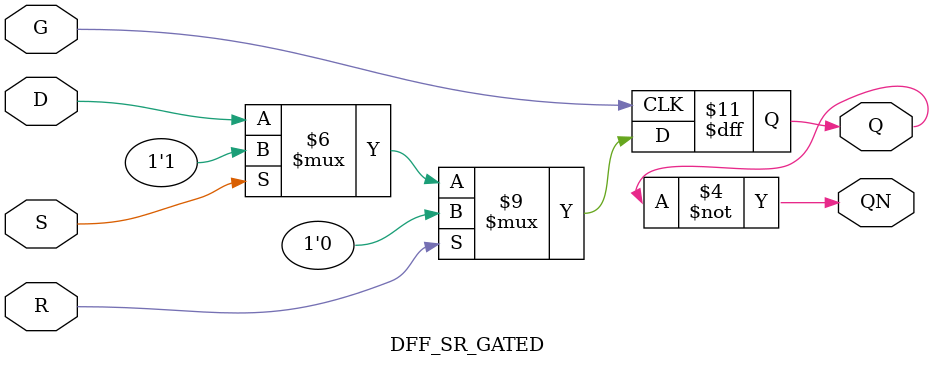
<source format=v>
module DFF_SR_GATED (D, S, R, G, Q, QN);
input  D ;
input  S ;
input  R ;
input  G ;
output Q ;
output QN ;
reg Q;

always @(posedge G)
begin
    if (R == 1'b1)
        Q <= 1'b0;
    else if (S == 1'b1)
        Q <= 1'b1;
    else
        Q <= D;
end

assign QN = ~Q;

endmodule
</source>
